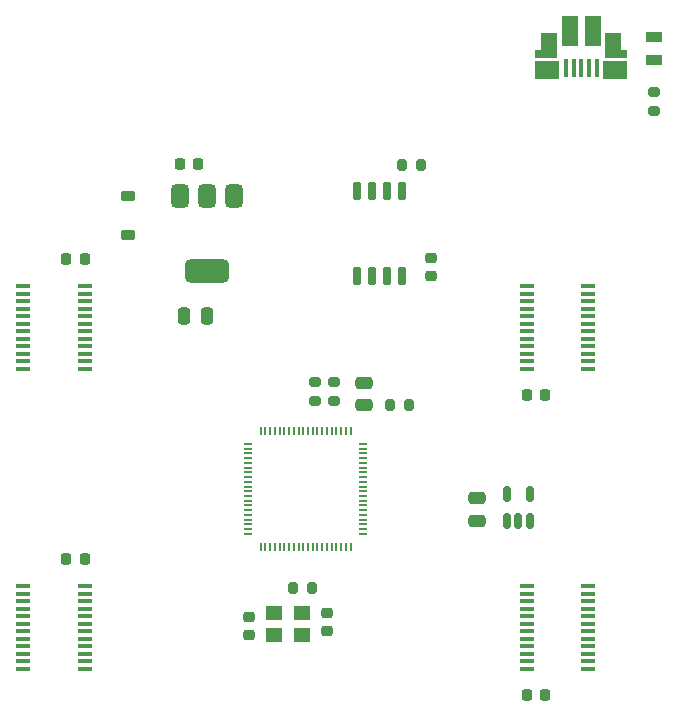
<source format=gtp>
G04 #@! TF.GenerationSoftware,KiCad,Pcbnew,9.0.1*
G04 #@! TF.CreationDate,2025-04-14T17:52:09+10:00*
G04 #@! TF.ProjectId,RP2350B_LevelShift,52503233-3530-4425-9f4c-6576656c5368,rev?*
G04 #@! TF.SameCoordinates,Original*
G04 #@! TF.FileFunction,Paste,Top*
G04 #@! TF.FilePolarity,Positive*
%FSLAX46Y46*%
G04 Gerber Fmt 4.6, Leading zero omitted, Abs format (unit mm)*
G04 Created by KiCad (PCBNEW 9.0.1) date 2025-04-14 17:52:09*
%MOMM*%
%LPD*%
G01*
G04 APERTURE LIST*
G04 Aperture macros list*
%AMRoundRect*
0 Rectangle with rounded corners*
0 $1 Rounding radius*
0 $2 $3 $4 $5 $6 $7 $8 $9 X,Y pos of 4 corners*
0 Add a 4 corners polygon primitive as box body*
4,1,4,$2,$3,$4,$5,$6,$7,$8,$9,$2,$3,0*
0 Add four circle primitives for the rounded corners*
1,1,$1+$1,$2,$3*
1,1,$1+$1,$4,$5*
1,1,$1+$1,$6,$7*
1,1,$1+$1,$8,$9*
0 Add four rect primitives between the rounded corners*
20,1,$1+$1,$2,$3,$4,$5,0*
20,1,$1+$1,$4,$5,$6,$7,0*
20,1,$1+$1,$6,$7,$8,$9,0*
20,1,$1+$1,$8,$9,$2,$3,0*%
G04 Aperture macros list end*
%ADD10RoundRect,0.150000X0.150000X-0.512500X0.150000X0.512500X-0.150000X0.512500X-0.150000X-0.512500X0*%
%ADD11R,0.100000X0.100000*%
%ADD12R,0.780000X0.220000*%
%ADD13R,0.220000X0.780000*%
%ADD14RoundRect,0.225000X-0.375000X0.225000X-0.375000X-0.225000X0.375000X-0.225000X0.375000X0.225000X0*%
%ADD15RoundRect,0.200000X-0.275000X0.200000X-0.275000X-0.200000X0.275000X-0.200000X0.275000X0.200000X0*%
%ADD16R,1.400000X0.950000*%
%ADD17RoundRect,0.250000X-0.475000X0.250000X-0.475000X-0.250000X0.475000X-0.250000X0.475000X0.250000X0*%
%ADD18RoundRect,0.200000X0.200000X0.275000X-0.200000X0.275000X-0.200000X-0.275000X0.200000X-0.275000X0*%
%ADD19R,1.400000X1.200000*%
%ADD20RoundRect,0.225000X-0.250000X0.225000X-0.250000X-0.225000X0.250000X-0.225000X0.250000X0.225000X0*%
%ADD21RoundRect,0.150000X-0.150000X0.650000X-0.150000X-0.650000X0.150000X-0.650000X0.150000X0.650000X0*%
%ADD22R,0.400000X1.650000*%
%ADD23R,1.825000X0.700000*%
%ADD24R,2.000000X1.500000*%
%ADD25R,1.350000X2.000000*%
%ADD26R,1.430000X2.500000*%
%ADD27RoundRect,0.200000X-0.200000X-0.275000X0.200000X-0.275000X0.200000X0.275000X-0.200000X0.275000X0*%
%ADD28RoundRect,0.225000X0.225000X0.250000X-0.225000X0.250000X-0.225000X-0.250000X0.225000X-0.250000X0*%
%ADD29RoundRect,0.375000X-0.375000X0.625000X-0.375000X-0.625000X0.375000X-0.625000X0.375000X0.625000X0*%
%ADD30RoundRect,0.500000X-1.400000X0.500000X-1.400000X-0.500000X1.400000X-0.500000X1.400000X0.500000X0*%
%ADD31R,1.200000X0.400000*%
%ADD32RoundRect,0.225000X-0.225000X-0.250000X0.225000X-0.250000X0.225000X0.250000X-0.225000X0.250000X0*%
%ADD33RoundRect,0.250000X-0.250000X-0.475000X0.250000X-0.475000X0.250000X0.475000X-0.250000X0.475000X0*%
%ADD34RoundRect,0.200000X0.275000X-0.200000X0.275000X0.200000X-0.275000X0.200000X-0.275000X-0.200000X0*%
%ADD35RoundRect,0.225000X0.250000X-0.225000X0.250000X0.225000X-0.250000X0.225000X-0.250000X-0.225000X0*%
G04 APERTURE END LIST*
D10*
X183435000Y-124337500D03*
X184385000Y-124337500D03*
X185335000Y-124337500D03*
X185335000Y-122062500D03*
X183435000Y-122062500D03*
D11*
X165095000Y-120350000D03*
X165095000Y-121200000D03*
X165095000Y-122050000D03*
X165095000Y-122900000D03*
X165945000Y-120350000D03*
X165945000Y-121200000D03*
X165945000Y-122050000D03*
X165945000Y-122900000D03*
X166795000Y-120350000D03*
X166795000Y-121200000D03*
X166795000Y-122050000D03*
X166795000Y-122900000D03*
X167645000Y-120350000D03*
X167645000Y-121200000D03*
X167645000Y-122050000D03*
X167645000Y-122900000D03*
D12*
X161473500Y-117825000D03*
X161473500Y-118225000D03*
X161473500Y-118625000D03*
X161473500Y-119025000D03*
X161473500Y-119425000D03*
X161473500Y-119825000D03*
X161473500Y-120225000D03*
X161473500Y-120625000D03*
X161473500Y-121025000D03*
X161473500Y-121425000D03*
X161473500Y-121825000D03*
X161473500Y-122225000D03*
X161473500Y-122625000D03*
X161473500Y-123025000D03*
X161473500Y-123425000D03*
X161473500Y-123825000D03*
X161473500Y-124225000D03*
X161473500Y-124625000D03*
X161473500Y-125025000D03*
X161473500Y-125425000D03*
D13*
X162570000Y-126521500D03*
X162970000Y-126521500D03*
X163370000Y-126521500D03*
X163770000Y-126521500D03*
X164170000Y-126521500D03*
X164570000Y-126521500D03*
X164970000Y-126521500D03*
X165370000Y-126521500D03*
X165770000Y-126521500D03*
X166170000Y-126521500D03*
X166570000Y-126521500D03*
X166970000Y-126521500D03*
X167370000Y-126521500D03*
X167770000Y-126521500D03*
X168170000Y-126521500D03*
X168570000Y-126521500D03*
X168970000Y-126521500D03*
X169370000Y-126521500D03*
X169770000Y-126521500D03*
X170170000Y-126521500D03*
D12*
X171266500Y-125425000D03*
X171266500Y-125025000D03*
X171266500Y-124625000D03*
X171266500Y-124225000D03*
X171266500Y-123825000D03*
X171266500Y-123425000D03*
X171266500Y-123025000D03*
X171266500Y-122625000D03*
X171266500Y-122225000D03*
X171266500Y-121825000D03*
X171266500Y-121425000D03*
X171266500Y-121025000D03*
X171266500Y-120625000D03*
X171266500Y-120225000D03*
X171266500Y-119825000D03*
X171266500Y-119425000D03*
X171266500Y-119025000D03*
X171266500Y-118625000D03*
X171266500Y-118225000D03*
X171266500Y-117825000D03*
D13*
X170170000Y-116728500D03*
X169770000Y-116728500D03*
X169370000Y-116728500D03*
X168970000Y-116728500D03*
X168570000Y-116728500D03*
X168170000Y-116728500D03*
X167770000Y-116728500D03*
X167370000Y-116728500D03*
X166970000Y-116728500D03*
X166570000Y-116728500D03*
X166170000Y-116728500D03*
X165770000Y-116728500D03*
X165370000Y-116728500D03*
X164970000Y-116728500D03*
X164570000Y-116728500D03*
X164170000Y-116728500D03*
X163770000Y-116728500D03*
X163370000Y-116728500D03*
X162970000Y-116728500D03*
X162570000Y-116728500D03*
D14*
X151300000Y-96850000D03*
X151300000Y-100150000D03*
D15*
X195840000Y-88015000D03*
X195840000Y-89665000D03*
D16*
X195840000Y-83400000D03*
X195840000Y-85300000D03*
D17*
X171340000Y-112646500D03*
X171340000Y-114546500D03*
D18*
X176155000Y-94200000D03*
X174505000Y-94200000D03*
D19*
X166100000Y-132100000D03*
X163700000Y-132100000D03*
X163700000Y-134000000D03*
X166100000Y-134000000D03*
D20*
X177000000Y-102050000D03*
X177000000Y-103600000D03*
D21*
X174505000Y-96400000D03*
X173235000Y-96400000D03*
X171965000Y-96400000D03*
X170695000Y-96400000D03*
X170695000Y-103600000D03*
X171965000Y-103600000D03*
X173235000Y-103600000D03*
X174505000Y-103600000D03*
D22*
X190999866Y-86030545D03*
X190349866Y-86030545D03*
X189699866Y-86030545D03*
X189049866Y-86030545D03*
X188399866Y-86030545D03*
D23*
X192649866Y-84830545D03*
D24*
X192549866Y-86130545D03*
D25*
X192429866Y-84080545D03*
D26*
X190659866Y-82880545D03*
X188739866Y-82880545D03*
D25*
X186949866Y-84080545D03*
D24*
X186799866Y-86150545D03*
D23*
X186699866Y-84830545D03*
D18*
X175125000Y-114546500D03*
X173475000Y-114546500D03*
D27*
X165275000Y-130000000D03*
X166925000Y-130000000D03*
D28*
X186630000Y-139100000D03*
X185080000Y-139100000D03*
D29*
X160300000Y-96850000D03*
X158000000Y-96850000D03*
D30*
X158000000Y-103150000D03*
D29*
X155700000Y-96850000D03*
D28*
X186630000Y-113700000D03*
X185080000Y-113700000D03*
D31*
X142460000Y-104457500D03*
X142460000Y-105092500D03*
X142460000Y-105727500D03*
X142460000Y-106362500D03*
X142460000Y-106997500D03*
X142460000Y-107632500D03*
X142460000Y-108267500D03*
X142460000Y-108902500D03*
X142460000Y-109537500D03*
X142460000Y-110172500D03*
X142460000Y-110807500D03*
X142460000Y-111442500D03*
X147660000Y-111442500D03*
X147660000Y-110807500D03*
X147660000Y-110172500D03*
X147660000Y-109537500D03*
X147660000Y-108902500D03*
X147660000Y-108267500D03*
X147660000Y-107632500D03*
X147660000Y-106997500D03*
X147660000Y-106362500D03*
X147660000Y-105727500D03*
X147660000Y-105092500D03*
X147660000Y-104457500D03*
X190280000Y-136842500D03*
X190280000Y-136207500D03*
X190280000Y-135572500D03*
X190280000Y-134937500D03*
X190280000Y-134302500D03*
X190280000Y-133667500D03*
X190280000Y-133032500D03*
X190280000Y-132397500D03*
X190280000Y-131762500D03*
X190280000Y-131127500D03*
X190280000Y-130492500D03*
X190280000Y-129857500D03*
X185080000Y-129857500D03*
X185080000Y-130492500D03*
X185080000Y-131127500D03*
X185080000Y-131762500D03*
X185080000Y-132397500D03*
X185080000Y-133032500D03*
X185080000Y-133667500D03*
X185080000Y-134302500D03*
X185080000Y-134937500D03*
X185080000Y-135572500D03*
X185080000Y-136207500D03*
X185080000Y-136842500D03*
D17*
X180900000Y-122437500D03*
X180900000Y-124337500D03*
D32*
X146110000Y-127600000D03*
X147660000Y-127600000D03*
D28*
X157250000Y-94150000D03*
X155700000Y-94150000D03*
D33*
X156100000Y-106950000D03*
X158000000Y-106950000D03*
D31*
X142460000Y-129857500D03*
X142460000Y-130492500D03*
X142460000Y-131127500D03*
X142460000Y-131762500D03*
X142460000Y-132397500D03*
X142460000Y-133032500D03*
X142460000Y-133667500D03*
X142460000Y-134302500D03*
X142460000Y-134937500D03*
X142460000Y-135572500D03*
X142460000Y-136207500D03*
X142460000Y-136842500D03*
X147660000Y-136842500D03*
X147660000Y-136207500D03*
X147660000Y-135572500D03*
X147660000Y-134937500D03*
X147660000Y-134302500D03*
X147660000Y-133667500D03*
X147660000Y-133032500D03*
X147660000Y-132397500D03*
X147660000Y-131762500D03*
X147660000Y-131127500D03*
X147660000Y-130492500D03*
X147660000Y-129857500D03*
D20*
X161600000Y-132450000D03*
X161600000Y-134000000D03*
D34*
X167195000Y-114201500D03*
X167195000Y-112551500D03*
D35*
X168200000Y-133650000D03*
X168200000Y-132100000D03*
D31*
X190280000Y-111442500D03*
X190280000Y-110807500D03*
X190280000Y-110172500D03*
X190280000Y-109537500D03*
X190280000Y-108902500D03*
X190280000Y-108267500D03*
X190280000Y-107632500D03*
X190280000Y-106997500D03*
X190280000Y-106362500D03*
X190280000Y-105727500D03*
X190280000Y-105092500D03*
X190280000Y-104457500D03*
X185080000Y-104457500D03*
X185080000Y-105092500D03*
X185080000Y-105727500D03*
X185080000Y-106362500D03*
X185080000Y-106997500D03*
X185080000Y-107632500D03*
X185080000Y-108267500D03*
X185080000Y-108902500D03*
X185080000Y-109537500D03*
X185080000Y-110172500D03*
X185080000Y-110807500D03*
X185080000Y-111442500D03*
D32*
X146110000Y-102200000D03*
X147660000Y-102200000D03*
D34*
X168795000Y-114201500D03*
X168795000Y-112551500D03*
M02*

</source>
